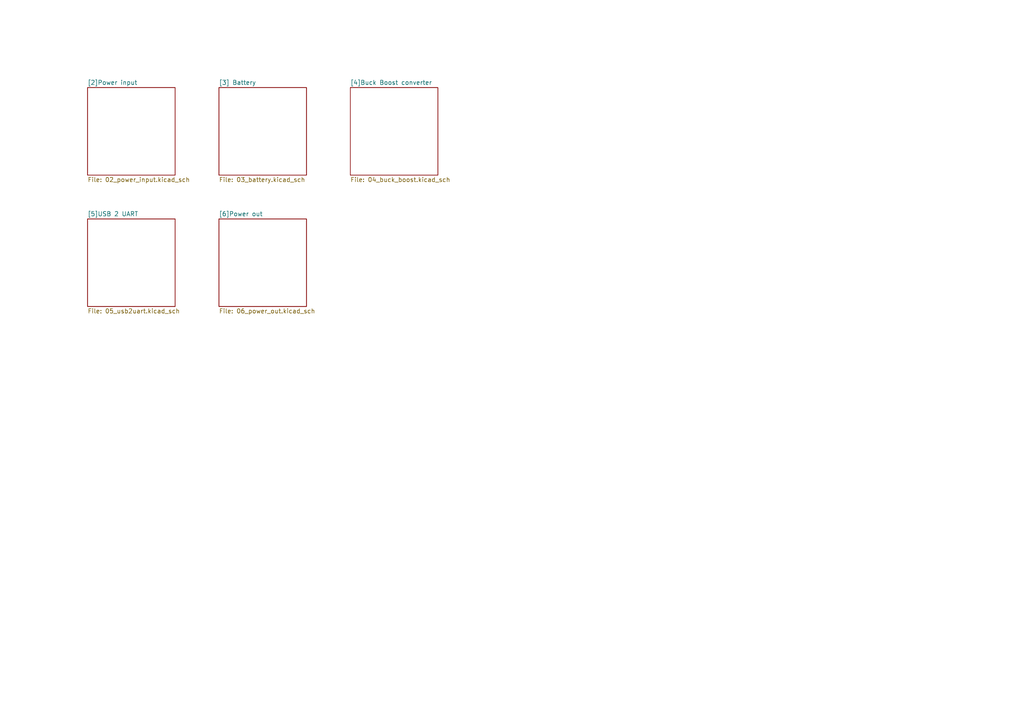
<source format=kicad_sch>
(kicad_sch
	(version 20250114)
	(generator "eeschema")
	(generator_version "9.0")
	(uuid "daadd221-9750-45f3-8ee2-46422755319d")
	(paper "A4")
	(lib_symbols)
	(sheet
		(at 101.6 25.4)
		(size 25.4 25.4)
		(exclude_from_sim no)
		(in_bom yes)
		(on_board yes)
		(dnp no)
		(fields_autoplaced yes)
		(stroke
			(width 0.1524)
			(type solid)
		)
		(fill
			(color 0 0 0 0.0000)
		)
		(uuid "4bc153dc-8cec-40ee-a443-33b7db9c38e9")
		(property "Sheetname" "[4]Buck Boost converter"
			(at 101.6 24.6884 0)
			(effects
				(font
					(size 1.27 1.27)
				)
				(justify left bottom)
			)
		)
		(property "Sheetfile" "04_buck_boost.kicad_sch"
			(at 101.6 51.3846 0)
			(effects
				(font
					(size 1.27 1.27)
				)
				(justify left top)
			)
		)
		(instances
			(project "solderless_breadboard_psu"
				(path "/daadd221-9750-45f3-8ee2-46422755319d"
					(page "4")
				)
			)
		)
	)
	(sheet
		(at 25.4 25.4)
		(size 25.4 25.4)
		(exclude_from_sim no)
		(in_bom yes)
		(on_board yes)
		(dnp no)
		(fields_autoplaced yes)
		(stroke
			(width 0.1524)
			(type solid)
		)
		(fill
			(color 0 0 0 0.0000)
		)
		(uuid "658a0cff-7fcc-495d-bed5-c165d7999af0")
		(property "Sheetname" "[2]Power input"
			(at 25.4 24.6884 0)
			(effects
				(font
					(size 1.27 1.27)
				)
				(justify left bottom)
			)
		)
		(property "Sheetfile" "02_power_input.kicad_sch"
			(at 25.4 51.3846 0)
			(effects
				(font
					(size 1.27 1.27)
				)
				(justify left top)
			)
		)
		(instances
			(project "solderless_breadboard_psu"
				(path "/daadd221-9750-45f3-8ee2-46422755319d"
					(page "2")
				)
			)
		)
	)
	(sheet
		(at 25.4 63.5)
		(size 25.4 25.4)
		(exclude_from_sim no)
		(in_bom yes)
		(on_board yes)
		(dnp no)
		(fields_autoplaced yes)
		(stroke
			(width 0.1524)
			(type solid)
		)
		(fill
			(color 0 0 0 0.0000)
		)
		(uuid "86ea8f72-2176-46d7-9be1-803c7c29a3bb")
		(property "Sheetname" "[5]USB 2 UART"
			(at 25.4 62.7884 0)
			(effects
				(font
					(size 1.27 1.27)
				)
				(justify left bottom)
			)
		)
		(property "Sheetfile" "05_usb2uart.kicad_sch"
			(at 25.4 89.4846 0)
			(effects
				(font
					(size 1.27 1.27)
				)
				(justify left top)
			)
		)
		(instances
			(project "solderless_breadboard_psu"
				(path "/daadd221-9750-45f3-8ee2-46422755319d"
					(page "5")
				)
			)
		)
	)
	(sheet
		(at 63.5 25.4)
		(size 25.4 25.4)
		(exclude_from_sim no)
		(in_bom yes)
		(on_board yes)
		(dnp no)
		(fields_autoplaced yes)
		(stroke
			(width 0.1524)
			(type solid)
		)
		(fill
			(color 0 0 0 0.0000)
		)
		(uuid "b34b4305-fc5f-4a45-8a4d-fa6c9d60dff6")
		(property "Sheetname" "[3] Battery"
			(at 63.5 24.6884 0)
			(effects
				(font
					(size 1.27 1.27)
				)
				(justify left bottom)
			)
		)
		(property "Sheetfile" "03_battery.kicad_sch"
			(at 63.5 51.3846 0)
			(effects
				(font
					(size 1.27 1.27)
				)
				(justify left top)
			)
		)
		(instances
			(project "solderless_breadboard_psu"
				(path "/daadd221-9750-45f3-8ee2-46422755319d"
					(page "3")
				)
			)
		)
	)
	(sheet
		(at 63.5 63.5)
		(size 25.4 25.4)
		(exclude_from_sim no)
		(in_bom yes)
		(on_board yes)
		(dnp no)
		(fields_autoplaced yes)
		(stroke
			(width 0.1524)
			(type solid)
		)
		(fill
			(color 0 0 0 0.0000)
		)
		(uuid "fb884ed1-1487-4429-a624-834d1e55909d")
		(property "Sheetname" "[6]Power out"
			(at 63.5 62.7884 0)
			(effects
				(font
					(size 1.27 1.27)
				)
				(justify left bottom)
			)
		)
		(property "Sheetfile" "06_power_out.kicad_sch"
			(at 63.5 89.4846 0)
			(effects
				(font
					(size 1.27 1.27)
				)
				(justify left top)
			)
		)
		(instances
			(project "solderless_breadboard_psu"
				(path "/daadd221-9750-45f3-8ee2-46422755319d"
					(page "6")
				)
			)
		)
	)
	(sheet_instances
		(path "/"
			(page "1")
		)
	)
	(embedded_fonts no)
)

</source>
